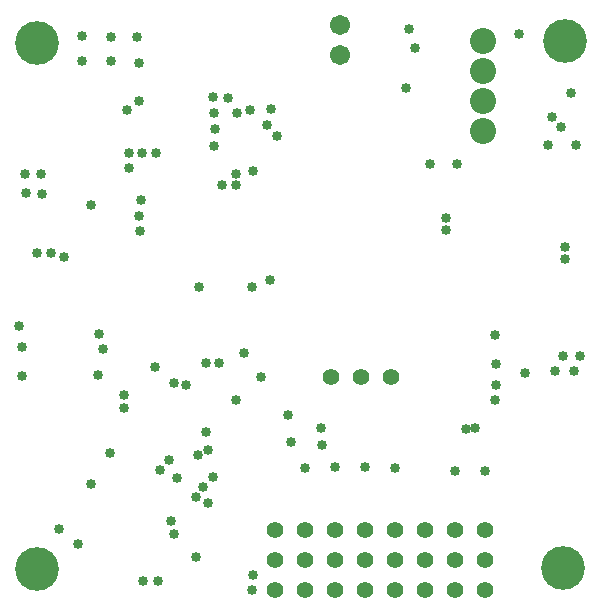
<source format=gbs>
G04*
G04 #@! TF.GenerationSoftware,Altium Limited,Altium Designer,18.1.8 (232)*
G04*
G04 Layer_Color=16711935*
%FSLAX25Y25*%
%MOIN*%
G70*
G01*
G75*
%ADD59C,0.05524*%
%ADD74C,0.14580*%
%ADD75C,0.08674*%
%ADD76C,0.06706*%
%ADD77C,0.03359*%
D59*
X128500Y74500D02*
D03*
X118500D02*
D03*
X108500D02*
D03*
X159753Y13500D02*
D03*
Y23500D02*
D03*
Y3500D02*
D03*
X149753D02*
D03*
X139753D02*
D03*
X129753D02*
D03*
X119753D02*
D03*
X109753D02*
D03*
X99753D02*
D03*
X89753D02*
D03*
X149753Y13500D02*
D03*
X139753D02*
D03*
X129753D02*
D03*
X119753D02*
D03*
X109753D02*
D03*
X99753D02*
D03*
X89753D02*
D03*
X149753Y23500D02*
D03*
X139753D02*
D03*
X129753D02*
D03*
X119753D02*
D03*
X109753D02*
D03*
X99753D02*
D03*
X89753D02*
D03*
D74*
X10500Y10500D02*
D03*
X186500Y186500D02*
D03*
X185621Y11000D02*
D03*
X10500Y186000D02*
D03*
D75*
X159000Y156500D02*
D03*
Y166500D02*
D03*
Y176500D02*
D03*
Y186500D02*
D03*
D76*
X111500Y182000D02*
D03*
Y192000D02*
D03*
D77*
X88000Y107000D02*
D03*
X95000Y52904D02*
D03*
X94000Y62000D02*
D03*
X105500Y51945D02*
D03*
X105000Y57598D02*
D03*
X162894Y66720D02*
D03*
X163227Y71749D02*
D03*
X163306Y79000D02*
D03*
X156335Y57399D02*
D03*
X153444Y57272D02*
D03*
X172921Y76000D02*
D03*
X183176Y76607D02*
D03*
X189500Y76500D02*
D03*
X185756Y81657D02*
D03*
X191500D02*
D03*
X190000Y151897D02*
D03*
X188447Y169345D02*
D03*
X184995Y158000D02*
D03*
X180628Y152016D02*
D03*
X182000Y161248D02*
D03*
X171000Y188733D02*
D03*
X136500Y184356D02*
D03*
X134500Y190500D02*
D03*
X82000Y3373D02*
D03*
X82453Y8494D02*
D03*
X24000Y19000D02*
D03*
X17836Y24000D02*
D03*
X50694Y6500D02*
D03*
X45631D02*
D03*
X63438Y34697D02*
D03*
X67500Y32500D02*
D03*
X65790Y37723D02*
D03*
X69088Y41300D02*
D03*
X28500Y39007D02*
D03*
X67403Y50311D02*
D03*
X64152Y48559D02*
D03*
X71000Y79129D02*
D03*
X66877D02*
D03*
X49553Y78000D02*
D03*
X39510Y64199D02*
D03*
Y68611D02*
D03*
X31185Y89000D02*
D03*
X4500Y91500D02*
D03*
X30601Y75306D02*
D03*
X32500Y84000D02*
D03*
X5500Y75000D02*
D03*
Y84447D02*
D03*
X19441Y114678D02*
D03*
X15000Y116000D02*
D03*
X10413D02*
D03*
X44840Y123164D02*
D03*
X50000Y149068D02*
D03*
X45500D02*
D03*
X40994D02*
D03*
X44389Y128063D02*
D03*
X45000Y133500D02*
D03*
X72073Y138550D02*
D03*
X76751Y138400D02*
D03*
Y142088D02*
D03*
X12013Y135601D02*
D03*
X6780Y135893D02*
D03*
X11609Y142280D02*
D03*
X6214D02*
D03*
X69279Y151478D02*
D03*
X69702Y157107D02*
D03*
X69437Y162541D02*
D03*
X74000Y167456D02*
D03*
X69088Y167780D02*
D03*
X44500Y179332D02*
D03*
X34962Y179764D02*
D03*
X25400Y180000D02*
D03*
X43719Y187912D02*
D03*
X34962Y188000D02*
D03*
X25500Y188228D02*
D03*
X163000Y88500D02*
D03*
X133500Y171000D02*
D03*
X88358Y163827D02*
D03*
X81500Y163500D02*
D03*
X77000Y162500D02*
D03*
X87000Y158500D02*
D03*
X82413Y143087D02*
D03*
X90500Y155000D02*
D03*
X159760Y43240D02*
D03*
X149753Y43365D02*
D03*
X129753Y44247D02*
D03*
X119753Y44494D02*
D03*
X109760D02*
D03*
X99753Y44112D02*
D03*
X150454Y145500D02*
D03*
X141500D02*
D03*
X44500Y166500D02*
D03*
X40500Y163500D02*
D03*
X63500Y14500D02*
D03*
X66597Y56108D02*
D03*
X85000Y74500D02*
D03*
X76547Y67000D02*
D03*
X79500Y82500D02*
D03*
X55000Y26500D02*
D03*
X64500Y104500D02*
D03*
X82000Y104413D02*
D03*
X34611Y49039D02*
D03*
X59905Y72000D02*
D03*
X55892Y72500D02*
D03*
X51500Y43500D02*
D03*
X54317Y46817D02*
D03*
X57000Y40800D02*
D03*
X55892Y22138D02*
D03*
X41000Y144200D02*
D03*
X28500Y132000D02*
D03*
X186500Y118000D02*
D03*
Y114000D02*
D03*
X146557Y123500D02*
D03*
Y127500D02*
D03*
M02*

</source>
